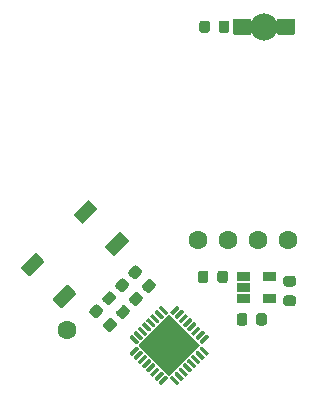
<source format=gbr>
G04 #@! TF.GenerationSoftware,KiCad,Pcbnew,(5.1.8)-1*
G04 #@! TF.CreationDate,2021-05-01T00:31:05-04:00*
G04 #@! TF.ProjectId,pcb,7063622e-6b69-4636-9164-5f7063625858,1*
G04 #@! TF.SameCoordinates,Original*
G04 #@! TF.FileFunction,Soldermask,Bot*
G04 #@! TF.FilePolarity,Negative*
%FSLAX46Y46*%
G04 Gerber Fmt 4.6, Leading zero omitted, Abs format (unit mm)*
G04 Created by KiCad (PCBNEW (5.1.8)-1) date 2021-05-01 00:31:05*
%MOMM*%
%LPD*%
G01*
G04 APERTURE LIST*
%ADD10C,1.601600*%
%ADD11C,2.301600*%
G04 APERTURE END LIST*
G36*
G01*
X200585458Y-112210288D02*
X201010288Y-111785458D01*
G75*
G02*
X201329052Y-111785458I159382J-159382D01*
G01*
X201647816Y-112104222D01*
G75*
G02*
X201647816Y-112422986I-159382J-159382D01*
G01*
X201222986Y-112847816D01*
G75*
G02*
X200904222Y-112847816I-159382J159382D01*
G01*
X200585458Y-112529052D01*
G75*
G02*
X200585458Y-112210288I159382J159382D01*
G01*
G37*
G36*
G01*
X201752184Y-113377014D02*
X202177014Y-112952184D01*
G75*
G02*
X202495778Y-112952184I159382J-159382D01*
G01*
X202814542Y-113270948D01*
G75*
G02*
X202814542Y-113589712I-159382J-159382D01*
G01*
X202389712Y-114014542D01*
G75*
G02*
X202070948Y-114014542I-159382J159382D01*
G01*
X201752184Y-113695778D01*
G75*
G02*
X201752184Y-113377014I159382J159382D01*
G01*
G37*
G36*
G01*
X202747816Y-111322986D02*
X202322986Y-111747816D01*
G75*
G02*
X202004222Y-111747816I-159382J159382D01*
G01*
X201685458Y-111429052D01*
G75*
G02*
X201685458Y-111110288I159382J159382D01*
G01*
X202110288Y-110685458D01*
G75*
G02*
X202429052Y-110685458I159382J-159382D01*
G01*
X202747816Y-111004222D01*
G75*
G02*
X202747816Y-111322986I-159382J-159382D01*
G01*
G37*
G36*
G01*
X203914542Y-112489712D02*
X203489712Y-112914542D01*
G75*
G02*
X203170948Y-112914542I-159382J159382D01*
G01*
X202852184Y-112595778D01*
G75*
G02*
X202852184Y-112277014I159382J159382D01*
G01*
X203277014Y-111852184D01*
G75*
G02*
X203595778Y-111852184I159382J-159382D01*
G01*
X203914542Y-112170948D01*
G75*
G02*
X203914542Y-112489712I-159382J-159382D01*
G01*
G37*
G36*
G01*
X205014542Y-111389712D02*
X204589712Y-111814542D01*
G75*
G02*
X204270948Y-111814542I-159382J159382D01*
G01*
X203952184Y-111495778D01*
G75*
G02*
X203952184Y-111177014I159382J159382D01*
G01*
X204377014Y-110752184D01*
G75*
G02*
X204695778Y-110752184I159382J-159382D01*
G01*
X205014542Y-111070948D01*
G75*
G02*
X205014542Y-111389712I-159382J-159382D01*
G01*
G37*
G36*
G01*
X203847816Y-110222986D02*
X203422986Y-110647816D01*
G75*
G02*
X203104222Y-110647816I-159382J159382D01*
G01*
X202785458Y-110329052D01*
G75*
G02*
X202785458Y-110010288I159382J159382D01*
G01*
X203210288Y-109585458D01*
G75*
G02*
X203529052Y-109585458I159382J-159382D01*
G01*
X203847816Y-109904222D01*
G75*
G02*
X203847816Y-110222986I-159382J-159382D01*
G01*
G37*
G36*
G01*
X211924200Y-114400400D02*
X211924200Y-113799600D01*
G75*
G02*
X212149600Y-113574200I225400J0D01*
G01*
X212600400Y-113574200D01*
G75*
G02*
X212825800Y-113799600I0J-225400D01*
G01*
X212825800Y-114400400D01*
G75*
G02*
X212600400Y-114625800I-225400J0D01*
G01*
X212149600Y-114625800D01*
G75*
G02*
X211924200Y-114400400I0J225400D01*
G01*
G37*
G36*
G01*
X213574200Y-114400400D02*
X213574200Y-113799600D01*
G75*
G02*
X213799600Y-113574200I225400J0D01*
G01*
X214250400Y-113574200D01*
G75*
G02*
X214475800Y-113799600I0J-225400D01*
G01*
X214475800Y-114400400D01*
G75*
G02*
X214250400Y-114625800I-225400J0D01*
G01*
X213799600Y-114625800D01*
G75*
G02*
X213574200Y-114400400I0J225400D01*
G01*
G37*
G36*
G01*
X216700400Y-111325800D02*
X216099600Y-111325800D01*
G75*
G02*
X215874200Y-111100400I0J225400D01*
G01*
X215874200Y-110649600D01*
G75*
G02*
X216099600Y-110424200I225400J0D01*
G01*
X216700400Y-110424200D01*
G75*
G02*
X216925800Y-110649600I0J-225400D01*
G01*
X216925800Y-111100400D01*
G75*
G02*
X216700400Y-111325800I-225400J0D01*
G01*
G37*
G36*
G01*
X216700400Y-112975800D02*
X216099600Y-112975800D01*
G75*
G02*
X215874200Y-112750400I0J225400D01*
G01*
X215874200Y-112299600D01*
G75*
G02*
X216099600Y-112074200I225400J0D01*
G01*
X216700400Y-112074200D01*
G75*
G02*
X216925800Y-112299600I0J-225400D01*
G01*
X216925800Y-112750400D01*
G75*
G02*
X216700400Y-112975800I-225400J0D01*
G01*
G37*
G36*
G01*
X209525800Y-110199600D02*
X209525800Y-110800400D01*
G75*
G02*
X209300400Y-111025800I-225400J0D01*
G01*
X208849600Y-111025800D01*
G75*
G02*
X208624200Y-110800400I0J225400D01*
G01*
X208624200Y-110199600D01*
G75*
G02*
X208849600Y-109974200I225400J0D01*
G01*
X209300400Y-109974200D01*
G75*
G02*
X209525800Y-110199600I0J-225400D01*
G01*
G37*
G36*
G01*
X211175800Y-110199600D02*
X211175800Y-110800400D01*
G75*
G02*
X210950400Y-111025800I-225400J0D01*
G01*
X210499600Y-111025800D01*
G75*
G02*
X210274200Y-110800400I0J225400D01*
G01*
X210274200Y-110199600D01*
G75*
G02*
X210499600Y-109974200I225400J0D01*
G01*
X210950400Y-109974200D01*
G75*
G02*
X211175800Y-110199600I0J-225400D01*
G01*
G37*
G36*
G01*
X209645800Y-89029600D02*
X209645800Y-89630400D01*
G75*
G02*
X209420400Y-89855800I-225400J0D01*
G01*
X208969600Y-89855800D01*
G75*
G02*
X208744200Y-89630400I0J225400D01*
G01*
X208744200Y-89029600D01*
G75*
G02*
X208969600Y-88804200I225400J0D01*
G01*
X209420400Y-88804200D01*
G75*
G02*
X209645800Y-89029600I0J-225400D01*
G01*
G37*
G36*
G01*
X211295800Y-89029600D02*
X211295800Y-89630400D01*
G75*
G02*
X211070400Y-89855800I-225400J0D01*
G01*
X210619600Y-89855800D01*
G75*
G02*
X210394200Y-89630400I0J225400D01*
G01*
X210394200Y-89029600D01*
G75*
G02*
X210619600Y-88804200I225400J0D01*
G01*
X211070400Y-88804200D01*
G75*
G02*
X211295800Y-89029600I0J-225400D01*
G01*
G37*
G36*
G01*
X201714542Y-114689712D02*
X201289712Y-115114542D01*
G75*
G02*
X200970948Y-115114542I-159382J159382D01*
G01*
X200652184Y-114795778D01*
G75*
G02*
X200652184Y-114477014I159382J159382D01*
G01*
X201077014Y-114052184D01*
G75*
G02*
X201395778Y-114052184I159382J-159382D01*
G01*
X201714542Y-114370948D01*
G75*
G02*
X201714542Y-114689712I-159382J-159382D01*
G01*
G37*
G36*
G01*
X200547816Y-113522986D02*
X200122986Y-113947816D01*
G75*
G02*
X199804222Y-113947816I-159382J159382D01*
G01*
X199485458Y-113629052D01*
G75*
G02*
X199485458Y-113310288I159382J159382D01*
G01*
X199910288Y-112885458D01*
G75*
G02*
X200229052Y-112885458I159382J-159382D01*
G01*
X200547816Y-113204222D01*
G75*
G02*
X200547816Y-113522986I-159382J-159382D01*
G01*
G37*
D10*
X216270000Y-107420000D03*
X211190000Y-107420000D03*
X213730000Y-107420000D03*
X208650000Y-107420000D03*
X197570000Y-114970000D03*
G36*
G01*
X206951584Y-112949233D02*
X207075894Y-113073543D01*
G75*
G02*
X207075894Y-113197853I-62155J-62155D01*
G01*
X206562676Y-113711071D01*
G75*
G02*
X206438366Y-113711071I-62155J62155D01*
G01*
X206314056Y-113586761D01*
G75*
G02*
X206314056Y-113462451I62155J62155D01*
G01*
X206827274Y-112949233D01*
G75*
G02*
X206951584Y-112949233I62155J-62155D01*
G01*
G37*
G36*
G01*
X207305137Y-113302786D02*
X207429447Y-113427096D01*
G75*
G02*
X207429447Y-113551406I-62155J-62155D01*
G01*
X206916229Y-114064624D01*
G75*
G02*
X206791919Y-114064624I-62155J62155D01*
G01*
X206667609Y-113940314D01*
G75*
G02*
X206667609Y-113816004I62155J62155D01*
G01*
X207180827Y-113302786D01*
G75*
G02*
X207305137Y-113302786I62155J-62155D01*
G01*
G37*
G36*
G01*
X207658691Y-113656339D02*
X207783001Y-113780649D01*
G75*
G02*
X207783001Y-113904959I-62155J-62155D01*
G01*
X207269783Y-114418177D01*
G75*
G02*
X207145473Y-114418177I-62155J62155D01*
G01*
X207021163Y-114293867D01*
G75*
G02*
X207021163Y-114169557I62155J62155D01*
G01*
X207534381Y-113656339D01*
G75*
G02*
X207658691Y-113656339I62155J-62155D01*
G01*
G37*
G36*
G01*
X208012244Y-114009893D02*
X208136554Y-114134203D01*
G75*
G02*
X208136554Y-114258513I-62155J-62155D01*
G01*
X207623336Y-114771731D01*
G75*
G02*
X207499026Y-114771731I-62155J62155D01*
G01*
X207374716Y-114647421D01*
G75*
G02*
X207374716Y-114523111I62155J62155D01*
G01*
X207887934Y-114009893D01*
G75*
G02*
X208012244Y-114009893I62155J-62155D01*
G01*
G37*
G36*
G01*
X208365797Y-114363446D02*
X208490107Y-114487756D01*
G75*
G02*
X208490107Y-114612066I-62155J-62155D01*
G01*
X207976889Y-115125284D01*
G75*
G02*
X207852579Y-115125284I-62155J62155D01*
G01*
X207728269Y-115000974D01*
G75*
G02*
X207728269Y-114876664I62155J62155D01*
G01*
X208241487Y-114363446D01*
G75*
G02*
X208365797Y-114363446I62155J-62155D01*
G01*
G37*
G36*
G01*
X208719351Y-114716999D02*
X208843661Y-114841309D01*
G75*
G02*
X208843661Y-114965619I-62155J-62155D01*
G01*
X208330443Y-115478837D01*
G75*
G02*
X208206133Y-115478837I-62155J62155D01*
G01*
X208081823Y-115354527D01*
G75*
G02*
X208081823Y-115230217I62155J62155D01*
G01*
X208595041Y-114716999D01*
G75*
G02*
X208719351Y-114716999I62155J-62155D01*
G01*
G37*
G36*
G01*
X209072904Y-115070553D02*
X209197214Y-115194863D01*
G75*
G02*
X209197214Y-115319173I-62155J-62155D01*
G01*
X208683996Y-115832391D01*
G75*
G02*
X208559686Y-115832391I-62155J62155D01*
G01*
X208435376Y-115708081D01*
G75*
G02*
X208435376Y-115583771I62155J62155D01*
G01*
X208948594Y-115070553D01*
G75*
G02*
X209072904Y-115070553I62155J-62155D01*
G01*
G37*
G36*
G01*
X209426457Y-115424106D02*
X209550767Y-115548416D01*
G75*
G02*
X209550767Y-115672726I-62155J-62155D01*
G01*
X209037549Y-116185944D01*
G75*
G02*
X208913239Y-116185944I-62155J62155D01*
G01*
X208788929Y-116061634D01*
G75*
G02*
X208788929Y-115937324I62155J62155D01*
G01*
X209302147Y-115424106D01*
G75*
G02*
X209426457Y-115424106I62155J-62155D01*
G01*
G37*
G36*
G01*
X209037549Y-116414056D02*
X209550767Y-116927274D01*
G75*
G02*
X209550767Y-117051584I-62155J-62155D01*
G01*
X209426457Y-117175894D01*
G75*
G02*
X209302147Y-117175894I-62155J62155D01*
G01*
X208788929Y-116662676D01*
G75*
G02*
X208788929Y-116538366I62155J62155D01*
G01*
X208913239Y-116414056D01*
G75*
G02*
X209037549Y-116414056I62155J-62155D01*
G01*
G37*
G36*
G01*
X208683996Y-116767609D02*
X209197214Y-117280827D01*
G75*
G02*
X209197214Y-117405137I-62155J-62155D01*
G01*
X209072904Y-117529447D01*
G75*
G02*
X208948594Y-117529447I-62155J62155D01*
G01*
X208435376Y-117016229D01*
G75*
G02*
X208435376Y-116891919I62155J62155D01*
G01*
X208559686Y-116767609D01*
G75*
G02*
X208683996Y-116767609I62155J-62155D01*
G01*
G37*
G36*
G01*
X208330443Y-117121163D02*
X208843661Y-117634381D01*
G75*
G02*
X208843661Y-117758691I-62155J-62155D01*
G01*
X208719351Y-117883001D01*
G75*
G02*
X208595041Y-117883001I-62155J62155D01*
G01*
X208081823Y-117369783D01*
G75*
G02*
X208081823Y-117245473I62155J62155D01*
G01*
X208206133Y-117121163D01*
G75*
G02*
X208330443Y-117121163I62155J-62155D01*
G01*
G37*
G36*
G01*
X207976889Y-117474716D02*
X208490107Y-117987934D01*
G75*
G02*
X208490107Y-118112244I-62155J-62155D01*
G01*
X208365797Y-118236554D01*
G75*
G02*
X208241487Y-118236554I-62155J62155D01*
G01*
X207728269Y-117723336D01*
G75*
G02*
X207728269Y-117599026I62155J62155D01*
G01*
X207852579Y-117474716D01*
G75*
G02*
X207976889Y-117474716I62155J-62155D01*
G01*
G37*
G36*
G01*
X207623336Y-117828269D02*
X208136554Y-118341487D01*
G75*
G02*
X208136554Y-118465797I-62155J-62155D01*
G01*
X208012244Y-118590107D01*
G75*
G02*
X207887934Y-118590107I-62155J62155D01*
G01*
X207374716Y-118076889D01*
G75*
G02*
X207374716Y-117952579I62155J62155D01*
G01*
X207499026Y-117828269D01*
G75*
G02*
X207623336Y-117828269I62155J-62155D01*
G01*
G37*
G36*
G01*
X207269783Y-118181823D02*
X207783001Y-118695041D01*
G75*
G02*
X207783001Y-118819351I-62155J-62155D01*
G01*
X207658691Y-118943661D01*
G75*
G02*
X207534381Y-118943661I-62155J62155D01*
G01*
X207021163Y-118430443D01*
G75*
G02*
X207021163Y-118306133I62155J62155D01*
G01*
X207145473Y-118181823D01*
G75*
G02*
X207269783Y-118181823I62155J-62155D01*
G01*
G37*
G36*
G01*
X206916229Y-118535376D02*
X207429447Y-119048594D01*
G75*
G02*
X207429447Y-119172904I-62155J-62155D01*
G01*
X207305137Y-119297214D01*
G75*
G02*
X207180827Y-119297214I-62155J62155D01*
G01*
X206667609Y-118783996D01*
G75*
G02*
X206667609Y-118659686I62155J62155D01*
G01*
X206791919Y-118535376D01*
G75*
G02*
X206916229Y-118535376I62155J-62155D01*
G01*
G37*
G36*
G01*
X206562676Y-118888929D02*
X207075894Y-119402147D01*
G75*
G02*
X207075894Y-119526457I-62155J-62155D01*
G01*
X206951584Y-119650767D01*
G75*
G02*
X206827274Y-119650767I-62155J62155D01*
G01*
X206314056Y-119137549D01*
G75*
G02*
X206314056Y-119013239I62155J62155D01*
G01*
X206438366Y-118888929D01*
G75*
G02*
X206562676Y-118888929I62155J-62155D01*
G01*
G37*
G36*
G01*
X205961634Y-118888929D02*
X206085944Y-119013239D01*
G75*
G02*
X206085944Y-119137549I-62155J-62155D01*
G01*
X205572726Y-119650767D01*
G75*
G02*
X205448416Y-119650767I-62155J62155D01*
G01*
X205324106Y-119526457D01*
G75*
G02*
X205324106Y-119402147I62155J62155D01*
G01*
X205837324Y-118888929D01*
G75*
G02*
X205961634Y-118888929I62155J-62155D01*
G01*
G37*
G36*
G01*
X205608081Y-118535376D02*
X205732391Y-118659686D01*
G75*
G02*
X205732391Y-118783996I-62155J-62155D01*
G01*
X205219173Y-119297214D01*
G75*
G02*
X205094863Y-119297214I-62155J62155D01*
G01*
X204970553Y-119172904D01*
G75*
G02*
X204970553Y-119048594I62155J62155D01*
G01*
X205483771Y-118535376D01*
G75*
G02*
X205608081Y-118535376I62155J-62155D01*
G01*
G37*
G36*
G01*
X205254527Y-118181823D02*
X205378837Y-118306133D01*
G75*
G02*
X205378837Y-118430443I-62155J-62155D01*
G01*
X204865619Y-118943661D01*
G75*
G02*
X204741309Y-118943661I-62155J62155D01*
G01*
X204616999Y-118819351D01*
G75*
G02*
X204616999Y-118695041I62155J62155D01*
G01*
X205130217Y-118181823D01*
G75*
G02*
X205254527Y-118181823I62155J-62155D01*
G01*
G37*
G36*
G01*
X204900974Y-117828269D02*
X205025284Y-117952579D01*
G75*
G02*
X205025284Y-118076889I-62155J-62155D01*
G01*
X204512066Y-118590107D01*
G75*
G02*
X204387756Y-118590107I-62155J62155D01*
G01*
X204263446Y-118465797D01*
G75*
G02*
X204263446Y-118341487I62155J62155D01*
G01*
X204776664Y-117828269D01*
G75*
G02*
X204900974Y-117828269I62155J-62155D01*
G01*
G37*
G36*
G01*
X204547421Y-117474716D02*
X204671731Y-117599026D01*
G75*
G02*
X204671731Y-117723336I-62155J-62155D01*
G01*
X204158513Y-118236554D01*
G75*
G02*
X204034203Y-118236554I-62155J62155D01*
G01*
X203909893Y-118112244D01*
G75*
G02*
X203909893Y-117987934I62155J62155D01*
G01*
X204423111Y-117474716D01*
G75*
G02*
X204547421Y-117474716I62155J-62155D01*
G01*
G37*
G36*
G01*
X204193867Y-117121163D02*
X204318177Y-117245473D01*
G75*
G02*
X204318177Y-117369783I-62155J-62155D01*
G01*
X203804959Y-117883001D01*
G75*
G02*
X203680649Y-117883001I-62155J62155D01*
G01*
X203556339Y-117758691D01*
G75*
G02*
X203556339Y-117634381I62155J62155D01*
G01*
X204069557Y-117121163D01*
G75*
G02*
X204193867Y-117121163I62155J-62155D01*
G01*
G37*
G36*
G01*
X203840314Y-116767609D02*
X203964624Y-116891919D01*
G75*
G02*
X203964624Y-117016229I-62155J-62155D01*
G01*
X203451406Y-117529447D01*
G75*
G02*
X203327096Y-117529447I-62155J62155D01*
G01*
X203202786Y-117405137D01*
G75*
G02*
X203202786Y-117280827I62155J62155D01*
G01*
X203716004Y-116767609D01*
G75*
G02*
X203840314Y-116767609I62155J-62155D01*
G01*
G37*
G36*
G01*
X203486761Y-116414056D02*
X203611071Y-116538366D01*
G75*
G02*
X203611071Y-116662676I-62155J-62155D01*
G01*
X203097853Y-117175894D01*
G75*
G02*
X202973543Y-117175894I-62155J62155D01*
G01*
X202849233Y-117051584D01*
G75*
G02*
X202849233Y-116927274I62155J62155D01*
G01*
X203362451Y-116414056D01*
G75*
G02*
X203486761Y-116414056I62155J-62155D01*
G01*
G37*
G36*
G01*
X203097853Y-115424106D02*
X203611071Y-115937324D01*
G75*
G02*
X203611071Y-116061634I-62155J-62155D01*
G01*
X203486761Y-116185944D01*
G75*
G02*
X203362451Y-116185944I-62155J62155D01*
G01*
X202849233Y-115672726D01*
G75*
G02*
X202849233Y-115548416I62155J62155D01*
G01*
X202973543Y-115424106D01*
G75*
G02*
X203097853Y-115424106I62155J-62155D01*
G01*
G37*
G36*
G01*
X203451406Y-115070553D02*
X203964624Y-115583771D01*
G75*
G02*
X203964624Y-115708081I-62155J-62155D01*
G01*
X203840314Y-115832391D01*
G75*
G02*
X203716004Y-115832391I-62155J62155D01*
G01*
X203202786Y-115319173D01*
G75*
G02*
X203202786Y-115194863I62155J62155D01*
G01*
X203327096Y-115070553D01*
G75*
G02*
X203451406Y-115070553I62155J-62155D01*
G01*
G37*
G36*
G01*
X203804959Y-114716999D02*
X204318177Y-115230217D01*
G75*
G02*
X204318177Y-115354527I-62155J-62155D01*
G01*
X204193867Y-115478837D01*
G75*
G02*
X204069557Y-115478837I-62155J62155D01*
G01*
X203556339Y-114965619D01*
G75*
G02*
X203556339Y-114841309I62155J62155D01*
G01*
X203680649Y-114716999D01*
G75*
G02*
X203804959Y-114716999I62155J-62155D01*
G01*
G37*
G36*
G01*
X204158513Y-114363446D02*
X204671731Y-114876664D01*
G75*
G02*
X204671731Y-115000974I-62155J-62155D01*
G01*
X204547421Y-115125284D01*
G75*
G02*
X204423111Y-115125284I-62155J62155D01*
G01*
X203909893Y-114612066D01*
G75*
G02*
X203909893Y-114487756I62155J62155D01*
G01*
X204034203Y-114363446D01*
G75*
G02*
X204158513Y-114363446I62155J-62155D01*
G01*
G37*
G36*
G01*
X204512066Y-114009893D02*
X205025284Y-114523111D01*
G75*
G02*
X205025284Y-114647421I-62155J-62155D01*
G01*
X204900974Y-114771731D01*
G75*
G02*
X204776664Y-114771731I-62155J62155D01*
G01*
X204263446Y-114258513D01*
G75*
G02*
X204263446Y-114134203I62155J62155D01*
G01*
X204387756Y-114009893D01*
G75*
G02*
X204512066Y-114009893I62155J-62155D01*
G01*
G37*
G36*
G01*
X204865619Y-113656339D02*
X205378837Y-114169557D01*
G75*
G02*
X205378837Y-114293867I-62155J-62155D01*
G01*
X205254527Y-114418177D01*
G75*
G02*
X205130217Y-114418177I-62155J62155D01*
G01*
X204616999Y-113904959D01*
G75*
G02*
X204616999Y-113780649I62155J62155D01*
G01*
X204741309Y-113656339D01*
G75*
G02*
X204865619Y-113656339I62155J-62155D01*
G01*
G37*
G36*
G01*
X205219173Y-113302786D02*
X205732391Y-113816004D01*
G75*
G02*
X205732391Y-113940314I-62155J-62155D01*
G01*
X205608081Y-114064624D01*
G75*
G02*
X205483771Y-114064624I-62155J62155D01*
G01*
X204970553Y-113551406D01*
G75*
G02*
X204970553Y-113427096I62155J62155D01*
G01*
X205094863Y-113302786D01*
G75*
G02*
X205219173Y-113302786I62155J-62155D01*
G01*
G37*
G36*
G01*
X205572726Y-112949233D02*
X206085944Y-113462451D01*
G75*
G02*
X206085944Y-113586761I-62155J-62155D01*
G01*
X205961634Y-113711071D01*
G75*
G02*
X205837324Y-113711071I-62155J62155D01*
G01*
X205324106Y-113197853D01*
G75*
G02*
X205324106Y-113073543I62155J62155D01*
G01*
X205448416Y-112949233D01*
G75*
G02*
X205572726Y-112949233I62155J-62155D01*
G01*
G37*
G36*
G01*
X206235921Y-113718495D02*
X208781505Y-116264079D01*
G75*
G02*
X208781505Y-116335921I-35921J-35921D01*
G01*
X206235921Y-118881505D01*
G75*
G02*
X206164079Y-118881505I-35921J35921D01*
G01*
X203618495Y-116335921D01*
G75*
G02*
X203618495Y-116264079I35921J35921D01*
G01*
X206164079Y-113718495D01*
G75*
G02*
X206235921Y-113718495I35921J-35921D01*
G01*
G37*
G36*
G01*
X211919200Y-112675000D02*
X211919200Y-112025000D01*
G75*
G02*
X211970000Y-111974200I50800J0D01*
G01*
X213030000Y-111974200D01*
G75*
G02*
X213080800Y-112025000I0J-50800D01*
G01*
X213080800Y-112675000D01*
G75*
G02*
X213030000Y-112725800I-50800J0D01*
G01*
X211970000Y-112725800D01*
G75*
G02*
X211919200Y-112675000I0J50800D01*
G01*
G37*
G36*
G01*
X211919200Y-111725000D02*
X211919200Y-111075000D01*
G75*
G02*
X211970000Y-111024200I50800J0D01*
G01*
X213030000Y-111024200D01*
G75*
G02*
X213080800Y-111075000I0J-50800D01*
G01*
X213080800Y-111725000D01*
G75*
G02*
X213030000Y-111775800I-50800J0D01*
G01*
X211970000Y-111775800D01*
G75*
G02*
X211919200Y-111725000I0J50800D01*
G01*
G37*
G36*
G01*
X211919200Y-110775000D02*
X211919200Y-110125000D01*
G75*
G02*
X211970000Y-110074200I50800J0D01*
G01*
X213030000Y-110074200D01*
G75*
G02*
X213080800Y-110125000I0J-50800D01*
G01*
X213080800Y-110775000D01*
G75*
G02*
X213030000Y-110825800I-50800J0D01*
G01*
X211970000Y-110825800D01*
G75*
G02*
X211919200Y-110775000I0J50800D01*
G01*
G37*
G36*
G01*
X214119200Y-110775000D02*
X214119200Y-110125000D01*
G75*
G02*
X214170000Y-110074200I50800J0D01*
G01*
X215230000Y-110074200D01*
G75*
G02*
X215280800Y-110125000I0J-50800D01*
G01*
X215280800Y-110775000D01*
G75*
G02*
X215230000Y-110825800I-50800J0D01*
G01*
X214170000Y-110825800D01*
G75*
G02*
X214119200Y-110775000I0J50800D01*
G01*
G37*
G36*
G01*
X214119200Y-112675000D02*
X214119200Y-112025000D01*
G75*
G02*
X214170000Y-111974200I50800J0D01*
G01*
X215230000Y-111974200D01*
G75*
G02*
X215280800Y-112025000I0J-50800D01*
G01*
X215280800Y-112675000D01*
G75*
G02*
X215230000Y-112725800I-50800J0D01*
G01*
X214170000Y-112725800D01*
G75*
G02*
X214119200Y-112675000I0J50800D01*
G01*
G37*
G36*
G01*
X211639200Y-89945000D02*
X211639200Y-88695000D01*
G75*
G02*
X211690000Y-88644200I50800J0D01*
G01*
X213090000Y-88644200D01*
G75*
G02*
X213140800Y-88695000I0J-50800D01*
G01*
X213140800Y-89945000D01*
G75*
G02*
X213090000Y-89995800I-50800J0D01*
G01*
X211690000Y-89995800D01*
G75*
G02*
X211639200Y-89945000I0J50800D01*
G01*
G37*
G36*
G01*
X215339200Y-89945000D02*
X215339200Y-88695000D01*
G75*
G02*
X215390000Y-88644200I50800J0D01*
G01*
X216790000Y-88644200D01*
G75*
G02*
X216840800Y-88695000I0J-50800D01*
G01*
X216840800Y-89945000D01*
G75*
G02*
X216790000Y-89995800I-50800J0D01*
G01*
X215390000Y-89995800D01*
G75*
G02*
X215339200Y-89945000I0J50800D01*
G01*
G37*
D11*
X214240000Y-89320000D03*
G36*
G01*
X197052709Y-113151404D02*
X196345602Y-112444297D01*
G75*
G02*
X196345602Y-112372455I35921J35921D01*
G01*
X197547683Y-111170374D01*
G75*
G02*
X197619525Y-111170374I35921J-35921D01*
G01*
X198326632Y-111877481D01*
G75*
G02*
X198326632Y-111949323I-35921J-35921D01*
G01*
X197124551Y-113151404D01*
G75*
G02*
X197052709Y-113151404I-35921J35921D01*
G01*
G37*
G36*
G01*
X201507481Y-108696632D02*
X200800374Y-107989525D01*
G75*
G02*
X200800374Y-107917683I35921J35921D01*
G01*
X202002455Y-106715602D01*
G75*
G02*
X202074297Y-106715602I35921J-35921D01*
G01*
X202781404Y-107422709D01*
G75*
G02*
X202781404Y-107494551I-35921J-35921D01*
G01*
X201579323Y-108696632D01*
G75*
G02*
X201507481Y-108696632I-35921J35921D01*
G01*
G37*
G36*
G01*
X194365703Y-110464398D02*
X193658596Y-109757291D01*
G75*
G02*
X193658596Y-109685449I35921J35921D01*
G01*
X194860677Y-108483368D01*
G75*
G02*
X194932519Y-108483368I35921J-35921D01*
G01*
X195639626Y-109190475D01*
G75*
G02*
X195639626Y-109262317I-35921J-35921D01*
G01*
X194437545Y-110464398D01*
G75*
G02*
X194365703Y-110464398I-35921J35921D01*
G01*
G37*
G36*
G01*
X198820475Y-106009626D02*
X198113368Y-105302519D01*
G75*
G02*
X198113368Y-105230677I35921J35921D01*
G01*
X199315449Y-104028596D01*
G75*
G02*
X199387291Y-104028596I35921J-35921D01*
G01*
X200094398Y-104735703D01*
G75*
G02*
X200094398Y-104807545I-35921J-35921D01*
G01*
X198892317Y-106009626D01*
G75*
G02*
X198820475Y-106009626I-35921J35921D01*
G01*
G37*
M02*

</source>
